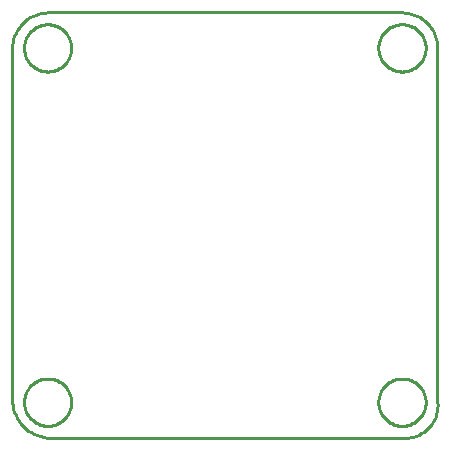
<source format=gbr>
G04 EAGLE Gerber RS-274X export*
G75*
%MOMM*%
%FSLAX34Y34*%
%LPD*%
%IN*%
%IPPOS*%
%AMOC8*
5,1,8,0,0,1.08239X$1,22.5*%
G01*
%ADD10C,0.254000*%


D10*
X15000Y40000D02*
X15342Y37177D01*
X15928Y34394D01*
X16754Y31674D01*
X17815Y29035D01*
X19102Y26499D01*
X20604Y24085D01*
X22311Y21811D01*
X24211Y19694D01*
X26287Y17751D01*
X28524Y15997D01*
X30907Y14444D01*
X33415Y13104D01*
X36031Y11988D01*
X38734Y11105D01*
X41503Y10460D01*
X44318Y10060D01*
X47158Y9906D01*
X50000Y10000D01*
X350000Y10000D01*
X352387Y10323D01*
X354737Y10852D01*
X357032Y11584D01*
X359255Y12514D01*
X361388Y13633D01*
X363415Y14934D01*
X365321Y16407D01*
X367092Y18041D01*
X368713Y19822D01*
X370173Y21738D01*
X371461Y23775D01*
X372566Y25915D01*
X373480Y28144D01*
X374197Y30444D01*
X374710Y32797D01*
X375016Y35187D01*
X375113Y37594D01*
X375000Y40000D01*
X375000Y340000D01*
X374886Y342615D01*
X374544Y345209D01*
X373978Y347765D01*
X373191Y350261D01*
X372189Y352679D01*
X370981Y355000D01*
X369575Y357207D01*
X367981Y359284D01*
X366213Y361213D01*
X364284Y362981D01*
X362207Y364575D01*
X360000Y365981D01*
X357679Y367189D01*
X355261Y368191D01*
X352765Y368978D01*
X350209Y369544D01*
X347615Y369886D01*
X345000Y370000D01*
X45000Y370000D01*
X42385Y369886D01*
X39791Y369544D01*
X37235Y368978D01*
X34739Y368191D01*
X32321Y367189D01*
X30000Y365981D01*
X27793Y364575D01*
X25716Y362981D01*
X23787Y361213D01*
X22019Y359284D01*
X20425Y357207D01*
X19019Y355000D01*
X17811Y352679D01*
X16809Y350261D01*
X16022Y347765D01*
X15456Y345209D01*
X15114Y342615D01*
X15000Y340000D01*
X15000Y40000D01*
X65000Y339396D02*
X64927Y338189D01*
X64781Y336989D01*
X64563Y335800D01*
X64274Y334627D01*
X63915Y333473D01*
X63486Y332343D01*
X62990Y331241D01*
X62428Y330170D01*
X61803Y329136D01*
X61116Y328141D01*
X60371Y327190D01*
X59569Y326285D01*
X58715Y325431D01*
X57810Y324629D01*
X56859Y323884D01*
X55864Y323197D01*
X54830Y322572D01*
X53759Y322010D01*
X52657Y321514D01*
X51527Y321085D01*
X50373Y320726D01*
X49200Y320437D01*
X48011Y320219D01*
X46811Y320073D01*
X45604Y320000D01*
X44396Y320000D01*
X43189Y320073D01*
X41989Y320219D01*
X40800Y320437D01*
X39627Y320726D01*
X38473Y321085D01*
X37343Y321514D01*
X36241Y322010D01*
X35170Y322572D01*
X34136Y323197D01*
X33141Y323884D01*
X32190Y324629D01*
X31285Y325431D01*
X30431Y326285D01*
X29629Y327190D01*
X28884Y328141D01*
X28197Y329136D01*
X27572Y330170D01*
X27010Y331241D01*
X26514Y332343D01*
X26085Y333473D01*
X25726Y334627D01*
X25437Y335800D01*
X25219Y336989D01*
X25073Y338189D01*
X25000Y339396D01*
X25000Y340604D01*
X25073Y341811D01*
X25219Y343011D01*
X25437Y344200D01*
X25726Y345373D01*
X26085Y346527D01*
X26514Y347657D01*
X27010Y348759D01*
X27572Y349830D01*
X28197Y350864D01*
X28884Y351859D01*
X29629Y352810D01*
X30431Y353715D01*
X31285Y354569D01*
X32190Y355371D01*
X33141Y356116D01*
X34136Y356803D01*
X35170Y357428D01*
X36241Y357990D01*
X37343Y358486D01*
X38473Y358915D01*
X39627Y359274D01*
X40800Y359563D01*
X41989Y359781D01*
X43189Y359927D01*
X44396Y360000D01*
X45604Y360000D01*
X46811Y359927D01*
X48011Y359781D01*
X49200Y359563D01*
X50373Y359274D01*
X51527Y358915D01*
X52657Y358486D01*
X53759Y357990D01*
X54830Y357428D01*
X55864Y356803D01*
X56859Y356116D01*
X57810Y355371D01*
X58715Y354569D01*
X59569Y353715D01*
X60371Y352810D01*
X61116Y351859D01*
X61803Y350864D01*
X62428Y349830D01*
X62990Y348759D01*
X63486Y347657D01*
X63915Y346527D01*
X64274Y345373D01*
X64563Y344200D01*
X64781Y343011D01*
X64927Y341811D01*
X65000Y340604D01*
X65000Y339396D01*
X365000Y339396D02*
X364927Y338189D01*
X364781Y336989D01*
X364563Y335800D01*
X364274Y334627D01*
X363915Y333473D01*
X363486Y332343D01*
X362990Y331241D01*
X362428Y330170D01*
X361803Y329136D01*
X361116Y328141D01*
X360371Y327190D01*
X359569Y326285D01*
X358715Y325431D01*
X357810Y324629D01*
X356859Y323884D01*
X355864Y323197D01*
X354830Y322572D01*
X353759Y322010D01*
X352657Y321514D01*
X351527Y321085D01*
X350373Y320726D01*
X349200Y320437D01*
X348011Y320219D01*
X346811Y320073D01*
X345604Y320000D01*
X344396Y320000D01*
X343189Y320073D01*
X341989Y320219D01*
X340800Y320437D01*
X339627Y320726D01*
X338473Y321085D01*
X337343Y321514D01*
X336241Y322010D01*
X335170Y322572D01*
X334136Y323197D01*
X333141Y323884D01*
X332190Y324629D01*
X331285Y325431D01*
X330431Y326285D01*
X329629Y327190D01*
X328884Y328141D01*
X328197Y329136D01*
X327572Y330170D01*
X327010Y331241D01*
X326514Y332343D01*
X326085Y333473D01*
X325726Y334627D01*
X325437Y335800D01*
X325219Y336989D01*
X325073Y338189D01*
X325000Y339396D01*
X325000Y340604D01*
X325073Y341811D01*
X325219Y343011D01*
X325437Y344200D01*
X325726Y345373D01*
X326085Y346527D01*
X326514Y347657D01*
X327010Y348759D01*
X327572Y349830D01*
X328197Y350864D01*
X328884Y351859D01*
X329629Y352810D01*
X330431Y353715D01*
X331285Y354569D01*
X332190Y355371D01*
X333141Y356116D01*
X334136Y356803D01*
X335170Y357428D01*
X336241Y357990D01*
X337343Y358486D01*
X338473Y358915D01*
X339627Y359274D01*
X340800Y359563D01*
X341989Y359781D01*
X343189Y359927D01*
X344396Y360000D01*
X345604Y360000D01*
X346811Y359927D01*
X348011Y359781D01*
X349200Y359563D01*
X350373Y359274D01*
X351527Y358915D01*
X352657Y358486D01*
X353759Y357990D01*
X354830Y357428D01*
X355864Y356803D01*
X356859Y356116D01*
X357810Y355371D01*
X358715Y354569D01*
X359569Y353715D01*
X360371Y352810D01*
X361116Y351859D01*
X361803Y350864D01*
X362428Y349830D01*
X362990Y348759D01*
X363486Y347657D01*
X363915Y346527D01*
X364274Y345373D01*
X364563Y344200D01*
X364781Y343011D01*
X364927Y341811D01*
X365000Y340604D01*
X365000Y339396D01*
X365000Y39396D02*
X364927Y38189D01*
X364781Y36989D01*
X364563Y35800D01*
X364274Y34627D01*
X363915Y33473D01*
X363486Y32343D01*
X362990Y31241D01*
X362428Y30170D01*
X361803Y29136D01*
X361116Y28141D01*
X360371Y27190D01*
X359569Y26285D01*
X358715Y25431D01*
X357810Y24629D01*
X356859Y23884D01*
X355864Y23197D01*
X354830Y22572D01*
X353759Y22010D01*
X352657Y21514D01*
X351527Y21085D01*
X350373Y20726D01*
X349200Y20437D01*
X348011Y20219D01*
X346811Y20073D01*
X345604Y20000D01*
X344396Y20000D01*
X343189Y20073D01*
X341989Y20219D01*
X340800Y20437D01*
X339627Y20726D01*
X338473Y21085D01*
X337343Y21514D01*
X336241Y22010D01*
X335170Y22572D01*
X334136Y23197D01*
X333141Y23884D01*
X332190Y24629D01*
X331285Y25431D01*
X330431Y26285D01*
X329629Y27190D01*
X328884Y28141D01*
X328197Y29136D01*
X327572Y30170D01*
X327010Y31241D01*
X326514Y32343D01*
X326085Y33473D01*
X325726Y34627D01*
X325437Y35800D01*
X325219Y36989D01*
X325073Y38189D01*
X325000Y39396D01*
X325000Y40604D01*
X325073Y41811D01*
X325219Y43011D01*
X325437Y44200D01*
X325726Y45373D01*
X326085Y46527D01*
X326514Y47657D01*
X327010Y48759D01*
X327572Y49830D01*
X328197Y50864D01*
X328884Y51859D01*
X329629Y52810D01*
X330431Y53715D01*
X331285Y54569D01*
X332190Y55371D01*
X333141Y56116D01*
X334136Y56803D01*
X335170Y57428D01*
X336241Y57990D01*
X337343Y58486D01*
X338473Y58915D01*
X339627Y59274D01*
X340800Y59563D01*
X341989Y59781D01*
X343189Y59927D01*
X344396Y60000D01*
X345604Y60000D01*
X346811Y59927D01*
X348011Y59781D01*
X349200Y59563D01*
X350373Y59274D01*
X351527Y58915D01*
X352657Y58486D01*
X353759Y57990D01*
X354830Y57428D01*
X355864Y56803D01*
X356859Y56116D01*
X357810Y55371D01*
X358715Y54569D01*
X359569Y53715D01*
X360371Y52810D01*
X361116Y51859D01*
X361803Y50864D01*
X362428Y49830D01*
X362990Y48759D01*
X363486Y47657D01*
X363915Y46527D01*
X364274Y45373D01*
X364563Y44200D01*
X364781Y43011D01*
X364927Y41811D01*
X365000Y40604D01*
X365000Y39396D01*
X65000Y39396D02*
X64927Y38189D01*
X64781Y36989D01*
X64563Y35800D01*
X64274Y34627D01*
X63915Y33473D01*
X63486Y32343D01*
X62990Y31241D01*
X62428Y30170D01*
X61803Y29136D01*
X61116Y28141D01*
X60371Y27190D01*
X59569Y26285D01*
X58715Y25431D01*
X57810Y24629D01*
X56859Y23884D01*
X55864Y23197D01*
X54830Y22572D01*
X53759Y22010D01*
X52657Y21514D01*
X51527Y21085D01*
X50373Y20726D01*
X49200Y20437D01*
X48011Y20219D01*
X46811Y20073D01*
X45604Y20000D01*
X44396Y20000D01*
X43189Y20073D01*
X41989Y20219D01*
X40800Y20437D01*
X39627Y20726D01*
X38473Y21085D01*
X37343Y21514D01*
X36241Y22010D01*
X35170Y22572D01*
X34136Y23197D01*
X33141Y23884D01*
X32190Y24629D01*
X31285Y25431D01*
X30431Y26285D01*
X29629Y27190D01*
X28884Y28141D01*
X28197Y29136D01*
X27572Y30170D01*
X27010Y31241D01*
X26514Y32343D01*
X26085Y33473D01*
X25726Y34627D01*
X25437Y35800D01*
X25219Y36989D01*
X25073Y38189D01*
X25000Y39396D01*
X25000Y40604D01*
X25073Y41811D01*
X25219Y43011D01*
X25437Y44200D01*
X25726Y45373D01*
X26085Y46527D01*
X26514Y47657D01*
X27010Y48759D01*
X27572Y49830D01*
X28197Y50864D01*
X28884Y51859D01*
X29629Y52810D01*
X30431Y53715D01*
X31285Y54569D01*
X32190Y55371D01*
X33141Y56116D01*
X34136Y56803D01*
X35170Y57428D01*
X36241Y57990D01*
X37343Y58486D01*
X38473Y58915D01*
X39627Y59274D01*
X40800Y59563D01*
X41989Y59781D01*
X43189Y59927D01*
X44396Y60000D01*
X45604Y60000D01*
X46811Y59927D01*
X48011Y59781D01*
X49200Y59563D01*
X50373Y59274D01*
X51527Y58915D01*
X52657Y58486D01*
X53759Y57990D01*
X54830Y57428D01*
X55864Y56803D01*
X56859Y56116D01*
X57810Y55371D01*
X58715Y54569D01*
X59569Y53715D01*
X60371Y52810D01*
X61116Y51859D01*
X61803Y50864D01*
X62428Y49830D01*
X62990Y48759D01*
X63486Y47657D01*
X63915Y46527D01*
X64274Y45373D01*
X64563Y44200D01*
X64781Y43011D01*
X64927Y41811D01*
X65000Y40604D01*
X65000Y39396D01*
M02*

</source>
